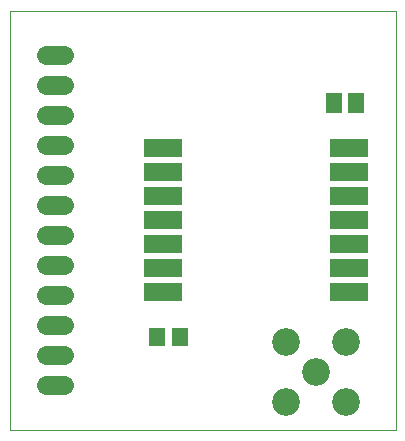
<source format=gts>
G75*
G70*
%OFA0B0*%
%FSLAX24Y24*%
%IPPOS*%
%LPD*%
%AMOC8*
5,1,8,0,0,1.08239X$1,22.5*
%
%ADD10C,0.0000*%
%ADD11R,0.0552X0.0631*%
%ADD12C,0.0926*%
%ADD13C,0.0640*%
%ADD14R,0.1290X0.0640*%
%ADD15R,0.0552X0.0670*%
D10*
X003000Y002008D02*
X003000Y016004D01*
X015870Y016004D01*
X015870Y002008D01*
X003000Y002008D01*
D11*
X007926Y005108D03*
X008674Y005108D03*
D12*
X012200Y004958D03*
X013200Y003958D03*
X014200Y004958D03*
X014200Y002958D03*
X012200Y002958D03*
D13*
X004800Y003508D02*
X004200Y003508D01*
X004200Y004508D02*
X004800Y004508D01*
X004800Y005508D02*
X004200Y005508D01*
X004200Y006508D02*
X004800Y006508D01*
X004800Y007508D02*
X004200Y007508D01*
X004200Y008508D02*
X004800Y008508D01*
X004800Y009508D02*
X004200Y009508D01*
X004200Y010508D02*
X004800Y010508D01*
X004800Y011508D02*
X004200Y011508D01*
X004200Y012508D02*
X004800Y012508D01*
X004800Y013508D02*
X004200Y013508D01*
X004200Y014508D02*
X004800Y014508D01*
D14*
X008125Y011433D03*
X008125Y010633D03*
X008125Y009833D03*
X008125Y009033D03*
X008125Y008233D03*
X008125Y007433D03*
X008125Y006633D03*
X014325Y006633D03*
X014325Y007433D03*
X014325Y008233D03*
X014325Y009033D03*
X014325Y009833D03*
X014325Y010633D03*
X014325Y011433D03*
D15*
X014549Y012933D03*
X013801Y012933D03*
M02*

</source>
